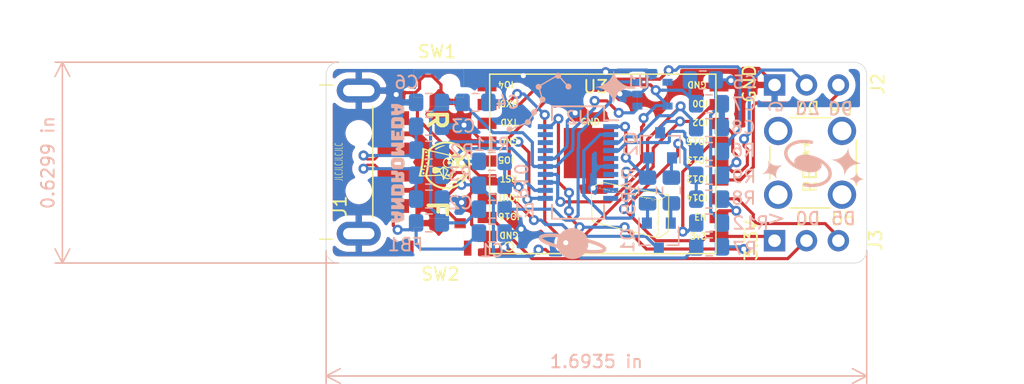
<source format=kicad_pcb>
(kicad_pcb (version 20171130) (host pcbnew 5.1.5+dfsg1-2build2)
  (layers (0 F.Cu signal) (31 B.Cu signal) (34 B.Paste user) (35 F.Paste user) (36 B.SilkS user) (37 F.SilkS user) (38 B.Mask user) (39 F.Mask user) (44 Edge.Cuts user))
  (net 0 "")
  (net 1 GND)
  (net 2 "Net-(R1-Pad2)")
  (net 3 +3V3)
  (net 4 +5V)
  (net 5 D-)
  (net 6 D+)
  (net 7 "Net-(Q1-Pad1)")
  (net 8 CP_RST)
  (net 9 E_RST)
  (net 10 E_IO0)
  (net 11 DTR)
  (net 12 "Net-(Q2-Pad1)")
  (net 13 E_EN)
  (net 14 E_IO15)
  (net 15 E_IO2)
  (net 16 TXD)
  (net 17 RXD)
  (net 18 FTDI_100nF_TG)
  (net 19 "Net-(R6-Pad2)")
  (net 20 "Net-(R7-Pad1)")
  (net 21 /J_N)
  (net 22 /J_P)
  (net 23 "Net-(U1-Pad4)")
  (net 24 "Net-(U2-Pad5)")
  (net 25 "Net-(U2-Pad7)")
  (net 26 "Net-(U2-Pad8)")
  (net 27 "Net-(U2-Pad9)")
  (net 28 "Net-(U2-Pad10)")
  (net 29 "Net-(U2-Pad17)")
  (net 30 "Net-(U2-Pad18)")
  (net 31 "Net-(U2-Pad19)")
  (net 32 "Net-(U3-Pad10)")
  (net 33 "Net-(U3-Pad14)")
  (net 34 "Net-(U3-Pad16)")
  (net 35 "Net-(C1-Pad1)")
  (net 36 E_IO12)
  (net 37 E_IO13)
  (net 38 E_IO16)
  (net 39 E_IO14)
  (module deauther-andromeda:AP2112_REGULATOR (layer B.Cu) (at 151.9428 77.5208 270)
    (fp_text reference U1 (at -0.94404 1.1702 180) (layer B.SilkS) (effects (justify mirror)))
    (fp_text value AP2112-3.3)
    (pad 5 smd rect (at 0.9729 -1.20904 270) (size 0.55 0.8) (layers B.Cu B.Paste B.Mask) (net 3 +3V3))
    (pad 1 smd rect (at 0.9729 1.19096 270) (size 0.55 0.8) (layers B.Cu B.Paste B.Mask) (net 4 +5V))
    (pad 2 smd rect (at 0.0229 1.19096 270) (size 0.55 0.8) (layers B.Cu B.Paste B.Mask) (net 1 GND))
    (pad 3 smd rect (at -0.9271 1.19096 270) (size 0.55 0.8) (layers B.Cu B.Paste B.Mask) (net 2 "Net-(R1-Pad2)"))
    (pad 4 smd rect (at -0.9271 -1.20904 270) (size 0.55 0.8) (layers B.Cu B.Paste B.Mask) (net 23 "Net-(U1-Pad4)"))
  )
  (module Art:back (layer B.Cu) (at 149.98446 83.11388)
    (fp_text reference G*** hide)
    (fp_text value LOGO hide)
  )
  (module spacehunh:CHICKEN_3-9_4-2_logo (layer F.Cu) (at 135.4064 83.2159 270)
    (fp_text reference G*** hide)
    (fp_text value LOGO hide)
  )
  (module Long_range_deauther:SMA_Horizontal (layer F.Cu) (at 164.5 83 270)
    (fp_text reference REF** (at 0.254 0 90) (layer F.SilkS))
    (fp_text value SMA_Horizontal)
    (pad 2 thru_hole circle (at -2.526 2.546 270) (size 2.25 2.25) (drill 1.5) (layers *.Cu *.Mask))
    (pad 2 thru_hole circle (at -2.526 -2.534 270) (size 2.25 2.25) (drill 1.5) (layers *.Cu *.Mask))
    (pad 2 thru_hole circle (at 2.554 2.546) (size 2.25 2.25) (drill 1.5) (layers *.Cu *.Mask))
    (pad 2 thru_hole circle (at 2.554 -2.534 270) (size 2.25 2.25) (drill 1.5) (layers *.Cu *.Mask))
  )
  (module 13r1ckz:brick13_4x6_6 (layer F.Cu) (at 150.17496 86.53272)
    (fp_text reference G*** hide)
    (fp_text value LOGO hide)
  )
  (module Capacitor_SMD:C_0805_2012Metric_Pad1.15x1.40mm_HandSolder (layer B.Cu) (at 139.17 88.61)
    (fp_text reference C1 (at 0 1.4) (layer B.SilkS) (effects (justify mirror)))
    (fp_text value 10nF)
    (pad 1 smd roundrect (at -1.025 0) (size 1.15 1.4) (layers B.Cu B.Paste B.Mask) (roundrect_rratio 0.217391) (net 35 "Net-(C1-Pad1)"))
    (pad 2 smd roundrect (at 1.025 0) (size 1.15 1.4) (layers B.Cu B.Paste B.Mask) (roundrect_rratio 0.217391) (net 1 GND))
  )
  (module Capacitor_SMD:C_0805_2012Metric_Pad1.15x1.40mm_HandSolder (layer B.Cu) (at 134.17 85.9 180)
    (fp_text reference C2 (at -2.50232 -0.29998) (layer B.SilkS) (effects (justify mirror)))
    (fp_text value 47pF)
    (pad 2 smd roundrect (at 1.025 0 180) (size 1.15 1.4) (layers B.Cu B.Paste B.Mask) (roundrect_rratio 0.217391) (net 21 /J_N))
    (pad 1 smd roundrect (at -1.025 0 180) (size 1.15 1.4) (layers B.Cu B.Paste B.Mask) (roundrect_rratio 0.217391) (net 1 GND))
  )
  (module Capacitor_SMD:C_0805_2012Metric_Pad1.15x1.40mm_HandSolder (layer B.Cu) (at 134.17 80.1)
    (fp_text reference C3 (at 2.73092 -0.01126) (layer B.SilkS) (effects (justify mirror)))
    (fp_text value 47pF)
    (pad 1 smd roundrect (at -1.025 0) (size 1.15 1.4) (layers B.Cu B.Paste B.Mask) (roundrect_rratio 0.217391) (net 22 /J_P))
    (pad 2 smd roundrect (at 1.025 0) (size 1.15 1.4) (layers B.Cu B.Paste B.Mask) (roundrect_rratio 0.217391) (net 1 GND))
  )
  (module Capacitor_SMD:C_0805_2012Metric_Pad1.15x1.40mm_HandSolder (layer B.Cu) (at 137.87 78.2)
    (fp_text reference C4 (at 2.57168 -0.01118) (layer B.SilkS) (effects (justify mirror)))
    (fp_text value 100nF)
    (pad 2 smd roundrect (at 1.025 0) (size 1.15 1.4) (layers B.Cu B.Paste B.Mask) (roundrect_rratio 0.217391) (net 1 GND))
    (pad 1 smd roundrect (at -1.025 0) (size 1.15 1.4) (layers B.Cu B.Paste B.Mask) (roundrect_rratio 0.217391) (net 4 +5V))
  )
  (module Resistor_SMD:R_0805_2012Metric_Pad1.15x1.40mm_HandSolder (layer B.Cu) (at 139.17 86.71)
    (fp_text reference R1 (at 2.50866 0.1199) (layer B.SilkS) (effects (justify mirror)))
    (fp_text value 10K)
    (pad 2 smd roundrect (at 1.025 0) (size 1.15 1.4) (layers B.Cu B.Paste B.Mask) (roundrect_rratio 0.217391) (net 2 "Net-(R1-Pad2)"))
    (pad 1 smd roundrect (at -1.025 0) (size 1.15 1.4) (layers B.Cu B.Paste B.Mask) (roundrect_rratio 0.217391) (net 4 +5V))
  )
  (module Resistor_SMD:R_0805_2012Metric_Pad1.15x1.40mm_HandSolder (layer B.Cu) (at 134.17 82 180)
    (fp_text reference R2 (at -2.63186 -0.07502) (layer B.SilkS) (effects (justify mirror)))
    (fp_text value 27R)
    (pad 2 smd roundrect (at 1.025 0 180) (size 1.15 1.4) (layers B.Cu B.Paste B.Mask) (roundrect_rratio 0.217391) (net 22 /J_P))
    (pad 1 smd roundrect (at -1.025 0 180) (size 1.15 1.4) (layers B.Cu B.Paste B.Mask) (roundrect_rratio 0.217391) (net 6 D+))
  )
  (module Resistor_SMD:R_0805_2012Metric_Pad1.15x1.40mm_HandSolder (layer B.Cu) (at 134.17 84)
    (fp_text reference R3 (at 2.48708 -0.09618) (layer B.SilkS) (effects (justify mirror)))
    (fp_text value 27R)
    (pad 1 smd roundrect (at -1.025 0) (size 1.15 1.4) (layers B.Cu B.Paste B.Mask) (roundrect_rratio 0.217391) (net 21 /J_N))
    (pad 2 smd roundrect (at 1.025 0) (size 1.15 1.4) (layers B.Cu B.Paste B.Mask) (roundrect_rratio 0.217391) (net 5 D-))
  )
  (module Resistor_SMD:R_0805_2012Metric_Pad1.15x1.40mm_HandSolder (layer B.Cu) (at 151.56 85.22 90)
    (fp_text reference R4 (at 0.8539 -1.48664 90) (layer B.SilkS) (effects (justify mirror)))
    (fp_text value 4K7)
    (pad 1 smd roundrect (at -1.025 0 90) (size 1.15 1.4) (layers B.Cu B.Paste B.Mask) (roundrect_rratio 0.217391) (net 7 "Net-(Q1-Pad1)"))
    (pad 2 smd roundrect (at 1.025 0 90) (size 1.15 1.4) (layers B.Cu B.Paste B.Mask) (roundrect_rratio 0.217391) (net 11 DTR))
  )
  (module Resistor_SMD:R_0805_2012Metric_Pad1.15x1.40mm_HandSolder (layer B.Cu) (at 153.46 85.22 270)
    (fp_text reference R5 (at 1.00284 3.38664 90) (layer B.SilkS) (effects (justify mirror)))
    (fp_text value 4K7)
    (pad 2 smd roundrect (at 1.025 0 270) (size 1.15 1.4) (layers B.Cu B.Paste B.Mask) (roundrect_rratio 0.217391) (net 8 CP_RST))
    (pad 1 smd roundrect (at -1.025 0 270) (size 1.15 1.4) (layers B.Cu B.Paste B.Mask) (roundrect_rratio 0.217391) (net 12 "Net-(Q2-Pad1)"))
  )
  (module Resistor_SMD:R_0805_2012Metric_Pad1.15x1.40mm_HandSolder (layer B.Cu) (at 156.46 82.11)
    (fp_text reference R6 (at 2.73196 -0.0807) (layer B.SilkS) (effects (justify mirror)))
    (fp_text value 470)
    (pad 2 smd roundrect (at 1.025 0) (size 1.15 1.4) (layers B.Cu B.Paste B.Mask) (roundrect_rratio 0.217391) (net 19 "Net-(R6-Pad2)"))
    (pad 1 smd roundrect (at -1.025 0) (size 1.15 1.4) (layers B.Cu B.Paste B.Mask) (roundrect_rratio 0.217391) (net 17 RXD))
  )
  (module Resistor_SMD:R_0805_2012Metric_Pad1.15x1.40mm_HandSolder (layer B.Cu) (at 156.46 89.71)
    (fp_text reference R7 (at 2.8361 0.13996) (layer B.SilkS) (effects (justify mirror)))
    (fp_text value 470)
    (pad 1 smd roundrect (at -1.025 0) (size 1.15 1.4) (layers B.Cu B.Paste B.Mask) (roundrect_rratio 0.217391) (net 20 "Net-(R7-Pad1)"))
    (pad 2 smd roundrect (at 1.025 0) (size 1.15 1.4) (layers B.Cu B.Paste B.Mask) (roundrect_rratio 0.217391) (net 16 TXD))
  )
  (module Resistor_SMD:R_0805_2012Metric_Pad1.15x1.40mm_HandSolder (layer B.Cu) (at 156.46 85.91)
    (fp_text reference R8 (at 2.74974 -0.07578) (layer B.SilkS) (effects (justify mirror)))
    (fp_text value 10K)
    (pad 2 smd roundrect (at 1.025 0) (size 1.15 1.4) (layers B.Cu B.Paste B.Mask) (roundrect_rratio 0.217391) (net 13 E_EN))
    (pad 1 smd roundrect (at -1.025 0) (size 1.15 1.4) (layers B.Cu B.Paste B.Mask) (roundrect_rratio 0.217391) (net 3 +3V3))
  )
  (module Resistor_SMD:R_0805_2012Metric_Pad1.15x1.40mm_HandSolder (layer B.Cu) (at 156.46 84.01 180)
    (fp_text reference R9 (at -2.77006 -0.09702) (layer B.SilkS) (effects (justify mirror)))
    (fp_text value 10K)
    (pad 1 smd roundrect (at -1.025 0 180) (size 1.15 1.4) (layers B.Cu B.Paste B.Mask) (roundrect_rratio 0.217391) (net 15 E_IO2))
    (pad 2 smd roundrect (at 1.025 0 180) (size 1.15 1.4) (layers B.Cu B.Paste B.Mask) (roundrect_rratio 0.217391) (net 3 +3V3))
  )
  (module Resistor_SMD:R_0805_2012Metric_Pad1.15x1.40mm_HandSolder (layer B.Cu) (at 139.17 84.8 180)
    (fp_text reference R10 (at -2.29784 0.2942 270 unlocked) (layer B.SilkS) (effects (justify mirror)))
    (fp_text value 10K)
    (pad 1 smd roundrect (at -1.025 0 180) (size 1.15 1.4) (layers B.Cu B.Paste B.Mask) (roundrect_rratio 0.217391) (net 3 +3V3))
    (pad 2 smd roundrect (at 1.025 0 180) (size 1.15 1.4) (layers B.Cu B.Paste B.Mask) (roundrect_rratio 0.217391) (net 10 E_IO0))
  )
  (module Resistor_SMD:R_0805_2012Metric_Pad1.15x1.40mm_HandSolder (layer B.Cu) (at 139.17 82.9 180)
    (fp_text reference R11 (at 0 1.35) (layer B.SilkS) (effects (justify mirror)))
    (fp_text value 10K)
    (pad 1 smd roundrect (at -1.025 0 180) (size 1.15 1.4) (layers B.Cu B.Paste B.Mask) (roundrect_rratio 0.217391) (net 3 +3V3))
    (pad 2 smd roundrect (at 1.025 0 180) (size 1.15 1.4) (layers B.Cu B.Paste B.Mask) (roundrect_rratio 0.217391) (net 9 E_RST))
  )
  (module Resistor_SMD:R_0805_2012Metric_Pad1.15x1.40mm_HandSolder (layer B.Cu) (at 156.46 87.81 180)
    (fp_text reference R12 (at -3.30854 0) (layer B.SilkS) (effects (justify mirror)))
    (fp_text value 10K)
    (pad 2 smd roundrect (at 1.025 0 180) (size 1.15 1.4) (layers B.Cu B.Paste B.Mask) (roundrect_rratio 0.217391) (net 14 E_IO15))
    (pad 1 smd roundrect (at -1.025 0 180) (size 1.15 1.4) (layers B.Cu B.Paste B.Mask) (roundrect_rratio 0.217391) (net 1 GND))
  )
  (module Package_TO_SOT_SMD:SOT-23 (layer B.Cu) (at 152.46 88.82 270)
    (fp_text reference Q1 (at 0.36448 2.473 90) (layer B.SilkS) (effects (justify mirror)))
    (fp_text value BC847)
    (pad 1 smd rect (at -1 0.95 270) (size 0.9 0.8) (layers B.Cu B.Paste B.Mask) (net 7 "Net-(Q1-Pad1)"))
    (pad 2 smd rect (at -1 -0.95 270) (size 0.9 0.8) (layers B.Cu B.Paste B.Mask) (net 8 CP_RST))
    (pad 3 smd rect (at 1 0 270) (size 0.9 0.8) (layers B.Cu B.Paste B.Mask) (net 9 E_RST))
  )
  (module Package_TO_SOT_SMD:SOT-23 (layer B.Cu) (at 152.56 81.62 90)
    (fp_text reference Q2 (at 0.10886 -2.31646 90) (layer B.SilkS) (effects (justify mirror)))
    (fp_text value BC847)
    (pad 3 smd rect (at 1 0 90) (size 0.9 0.8) (layers B.Cu B.Paste B.Mask) (net 10 E_IO0))
    (pad 2 smd rect (at -1 -0.95 90) (size 0.9 0.8) (layers B.Cu B.Paste B.Mask) (net 11 DTR))
    (pad 1 smd rect (at -1 0.95 90) (size 0.9 0.8) (layers B.Cu B.Paste B.Mask) (net 12 "Net-(Q2-Pad1)"))
  )
  (module Capacitor_SMD:C_0805_2012Metric_Pad1.15x1.40mm_HandSolder (layer B.Cu) (at 155.96 76.41)
    (fp_text reference C5 (at 3.32848 0.18116) (layer B.SilkS) (effects (justify mirror)))
    (fp_text value 10uF)
    (pad 1 smd roundrect (at -1.025 0) (size 1.15 1.4) (layers B.Cu B.Paste B.Mask) (roundrect_rratio 0.217391) (net 3 +3V3))
    (pad 2 smd roundrect (at 1.025 0) (size 1.15 1.4) (layers B.Cu B.Paste B.Mask) (roundrect_rratio 0.217391) (net 1 GND))
  )
  (module Capacitor_SMD:C_0805_2012Metric_Pad1.15x1.40mm_HandSolder (layer B.Cu) (at 134.17 78.2 180)
    (fp_text reference C6 (at 1.78012 1.5936) (layer B.SilkS) (effects (justify mirror)))
    (fp_text value 4.7uF)
    (pad 1 smd roundrect (at -1.025 0 180) (size 1.15 1.4) (layers B.Cu B.Paste B.Mask) (roundrect_rratio 0.217391) (net 4 +5V))
    (pad 2 smd roundrect (at 1.025 0 180) (size 1.15 1.4) (layers B.Cu B.Paste B.Mask) (roundrect_rratio 0.217391) (net 1 GND))
  )
  (module Capacitor_SMD:C_0805_2012Metric_Pad1.15x1.40mm_HandSolder (layer B.Cu) (at 156.45 78.31)
    (fp_text reference C7 (at 2.81562 0.02614 180) (layer B.SilkS) (effects (justify mirror)))
    (fp_text value 10uF)
    (pad 2 smd roundrect (at 1.025 0) (size 1.15 1.4) (layers B.Cu B.Paste B.Mask) (roundrect_rratio 0.217391) (net 1 GND))
    (pad 1 smd roundrect (at -1.025 0) (size 1.15 1.4) (layers B.Cu B.Paste B.Mask) (roundrect_rratio 0.217391) (net 3 +3V3))
  )
  (module Capacitor_SMD:C_0805_2012Metric_Pad1.15x1.40mm_HandSolder (layer B.Cu) (at 156.45 80.21)
    (fp_text reference C8 (at 2.72418 -0.01458 180) (layer B.SilkS) (effects (justify mirror)))
    (fp_text value 100nF)
    (pad 2 smd roundrect (at 1.025 0) (size 1.15 1.4) (layers B.Cu B.Paste B.Mask) (roundrect_rratio 0.217391) (net 1 GND))
    (pad 1 smd roundrect (at -1.025 0) (size 1.15 1.4) (layers B.Cu B.Paste B.Mask) (roundrect_rratio 0.217391) (net 18 FTDI_100nF_TG))
  )
  (module Capacitor_SMD:C_0805_2012Metric_Pad1.15x1.40mm_HandSolder (layer B.Cu) (at 134.17 87.8 180)
    (fp_text reference FB1 (at 1.87156 -1.74008) (layer B.SilkS) (effects (justify mirror)))
    (fp_text value Ferrite_Bead)
    (pad 1 smd roundrect (at -1.025 0 180) (size 1.15 1.4) (layers B.Cu B.Paste B.Mask) (roundrect_rratio 0.217391) (net 4 +5V))
    (pad 2 smd roundrect (at 1.025 0 180) (size 1.15 1.4) (layers B.Cu B.Paste B.Mask) (roundrect_rratio 0.217391) (net 35 "Net-(C1-Pad1)"))
  )
  (module Long_range_deauther:HYP_1TS003B-1600-3500A-CT (layer F.Cu) (at 134.95 76.77)
    (fp_text reference SW1 (at -0.1395 -2.6147) (layer F.SilkS))
    (fp_text value SW_RST)
    (pad 3 smd rect (at -2.3 -0.6 90) (size 1.2 0.6) (layers F.Cu F.Paste F.Mask))
    (pad 4 smd rect (at 2.3 -0.6 90) (size 1.2 0.6) (layers F.Cu F.Paste F.Mask))
    (pad 2 smd rect (at 1.71 1.39 90) (size 0.8 0.9) (layers F.Cu F.Paste F.Mask) (net 1 GND))
    (pad 1 smd rect (at -1.7 1.38 90) (size 0.8 0.9) (layers F.Cu F.Paste F.Mask) (net 9 E_RST))
    (pad "" np_thru_hole circle (at -0.85 0 90) (size 0.7 0.7) (drill 0.7) (layers *.Cu *.Mask))
    (pad "" np_thru_hole circle (at 0.85 0 90) (size 0.7 0.7) (drill 0.7) (layers *.Cu *.Mask))
  )
  (module Long_range_deauther:HYP_1TS003B-1600-3500A-CT (layer F.Cu) (at 134.95 89.21 180)
    (fp_text reference SW2 (at -0.12674 -2.67704) (layer F.SilkS))
    (fp_text value SW_Flash)
    (pad "" np_thru_hole circle (at 0.85 0 270) (size 0.7 0.7) (drill 0.7) (layers *.Cu *.Mask))
    (pad "" np_thru_hole circle (at -0.85 0 270) (size 0.7 0.7) (drill 0.7) (layers *.Cu *.Mask))
    (pad 1 smd rect (at -1.7 1.38 270) (size 0.8 0.9) (layers F.Cu F.Paste F.Mask) (net 10 E_IO0))
    (pad 2 smd rect (at 1.71 1.39 270) (size 0.8 0.9) (layers F.Cu F.Paste F.Mask) (net 1 GND))
    (pad 4 smd rect (at 2.3 -0.6 270) (size 1.2 0.6) (layers F.Cu F.Paste F.Mask))
    (pad 3 smd rect (at -2.3 -0.6 270) (size 1.2 0.6) (layers F.Cu F.Paste F.Mask))
  )
  (module Package_SO:SSOP-20_3.9x8.7mm_P0.635mm (layer B.Cu) (at 146.03 82.99 180)
    (fp_text reference U2 (at -0.01492 3.56674) (layer B.SilkS) (effects (justify mirror)))
    (fp_text value FT231XS)
    (pad 1 smd rect (at -2.6 2.8575 180) (size 1.2 0.4) (layers B.Cu B.Paste B.Mask) (net 11 DTR))
    (pad 2 smd rect (at -2.6 2.2225 180) (size 1.2 0.4) (layers B.Cu B.Paste B.Mask) (net 8 CP_RST))
    (pad 3 smd rect (at -2.6 1.5875 180) (size 1.2 0.4) (layers B.Cu B.Paste B.Mask) (net 18 FTDI_100nF_TG))
    (pad 4 smd rect (at -2.6 0.9525 180) (size 1.2 0.4) (layers B.Cu B.Paste B.Mask) (net 17 RXD))
    (pad 5 smd rect (at -2.6 0.3175 180) (size 1.2 0.4) (layers B.Cu B.Paste B.Mask) (net 24 "Net-(U2-Pad5)"))
    (pad 6 smd rect (at -2.6 -0.3175 180) (size 1.2 0.4) (layers B.Cu B.Paste B.Mask) (net 1 GND))
    (pad 7 smd rect (at -2.6 -0.9525 180) (size 1.2 0.4) (layers B.Cu B.Paste B.Mask) (net 25 "Net-(U2-Pad7)"))
    (pad 8 smd rect (at -2.6 -1.5875 180) (size 1.2 0.4) (layers B.Cu B.Paste B.Mask) (net 26 "Net-(U2-Pad8)"))
    (pad 9 smd rect (at -2.6 -2.2225 180) (size 1.2 0.4) (layers B.Cu B.Paste B.Mask) (net 27 "Net-(U2-Pad9)"))
    (pad 10 smd rect (at -2.6 -2.8575 180) (size 1.2 0.4) (layers B.Cu B.Paste B.Mask) (net 28 "Net-(U2-Pad10)"))
    (pad 11 smd rect (at 2.6 -2.8575 180) (size 1.2 0.4) (layers B.Cu B.Paste B.Mask) (net 6 D+))
    (pad 12 smd rect (at 2.6 -2.2225 180) (size 1.2 0.4) (layers B.Cu B.Paste B.Mask) (net 5 D-))
    (pad 13 smd rect (at 2.6 -1.5875 180) (size 1.2 0.4) (layers B.Cu B.Paste B.Mask) (net 18 FTDI_100nF_TG))
    (pad 14 smd rect (at 2.6 -0.9525 180) (size 1.2 0.4) (layers B.Cu B.Paste B.Mask) (net 18 FTDI_100nF_TG))
    (pad 15 smd rect (at 2.6 -0.3175 180) (size 1.2 0.4) (layers B.Cu B.Paste B.Mask) (net 4 +5V))
    (pad 16 smd rect (at 2.6 0.3175 180) (size 1.2 0.4) (layers B.Cu B.Paste B.Mask) (net 1 GND))
    (pad 17 smd rect (at 2.6 0.9525 180) (size 1.2 0.4) (layers B.Cu B.Paste B.Mask) (net 29 "Net-(U2-Pad17)"))
    (pad 18 smd rect (at 2.6 1.5875 180) (size 1.2 0.4) (layers B.Cu B.Paste B.Mask) (net 30 "Net-(U2-Pad18)"))
    (pad 19 smd rect (at 2.6 2.2225 180) (size 1.2 0.4) (layers B.Cu B.Paste B.Mask) (net 31 "Net-(U2-Pad19)"))
    (pad 20 smd rect (at 2.6 2.8575 180) (size 1.2 0.4) (layers B.Cu B.Paste B.Mask) (net 16 TXD))
  )
  (module Connector_USB:USB_A_CNCTech_1001-011-01101_Horizontal (layer F.Cu) (at 121.68124 82.9564 180)
    (fp_text reference J1 (at -5.41274 -3.51282 270) (layer F.SilkS))
    (fp_text value USB_A)
    (pad 2 smd rect (at -9.65 -1 180) (size 2.5 1.1) (layers F.Cu F.Paste F.Mask) (net 21 /J_N))
    (pad 3 smd rect (at -9.65 1 180) (size 2.5 1.1) (layers F.Cu F.Paste F.Mask) (net 22 /J_P))
    (pad 1 smd rect (at -9.65 -3.5 180) (size 2.5 1.1) (layers F.Cu F.Paste F.Mask) (net 35 "Net-(C1-Pad1)"))
    (pad 4 smd rect (at -9.65 3.5 180) (size 2.5 1.1) (layers F.Cu F.Paste F.Mask) (net 1 GND))
    (pad 5 thru_hole oval (at -6.9 -5.7 180) (size 3.5 1.9) (drill oval 2.5 0.9) (layers *.Cu *.Mask) (net 1 GND))
    (pad 5 thru_hole oval (at -6.9 5.7 180) (size 3.5 1.9) (drill oval 2.5 0.9) (layers *.Cu *.Mask) (net 1 GND))
    (pad "" np_thru_hole circle (at -6.9 -2.3 180) (size 1.1 1.1) (drill 1.1) (layers *.Cu *.Mask))
    (pad "" np_thru_hole circle (at -6.9 2.3 180) (size 1.1 1.1) (drill 1.1) (layers *.Cu *.Mask))
  )
  (module Long_range_deauther:PinHeader_1x03_P2.54mm_Vertical (layer F.Cu) (at 161.67 76.81 90)
    (fp_text reference J2 (at 0.08 8.22 90) (layer F.SilkS))
    (fp_text value Conn_01x03_Male)
    (pad 1 thru_hole rect (at 0 0 90) (size 1.7 1.7) (drill 1) (layers *.Cu *.Mask) (net 1 GND))
    (pad 2 thru_hole oval (at 0 2.54 90) (size 1.7 1.7) (drill 1) (layers *.Cu *.Mask) (net 37 E_IO13))
    (pad 3 thru_hole oval (at 0 5.08 90) (size 1.7 1.7) (drill 1) (layers *.Cu *.Mask) (net 36 E_IO12))
  )
  (module Long_range_deauther:PinHeader_1x03_P2.54mm_Vertical (layer F.Cu) (at 161.66846 89.22004 90)
    (fp_text reference J3 (at 0.03 8.05 90) (layer F.SilkS))
    (fp_text value Conn_01x03_Male)
    (pad 3 thru_hole oval (at 0 5.08 90) (size 1.7 1.7) (drill 1) (layers *.Cu *.Mask) (net 39 E_IO14))
    (pad 2 thru_hole oval (at 0 2.54 90) (size 1.7 1.7) (drill 1) (layers *.Cu *.Mask) (net 38 E_IO16))
    (pad 1 thru_hole rect (at 0 0 90) (size 1.7 1.7) (drill 1) (layers *.Cu *.Mask) (net 3 +3V3))
  )
  (module deauther-andromeda:ESP-WROOM-02U (layer F.Cu) (at 157 90.25 180)
    (fp_text reference U3 (at 9.55 13.3 180) (layer F.SilkS))
    (fp_text value ESP-WROOM-02U)
    (fp_text user 3v3 (at 1.39 1.38 unlocked) (layer F.SilkS) (effects (font (size 0.5 0.5) (thickness 0.1))))
    (fp_text user EN (at 1.23 2.89 unlocked) (layer F.SilkS) (effects (font (size 0.5 0.5) (thickness 0.1))))
    (fp_text user IO14 (at 1.5 4.47 180 unlocked) (layer F.SilkS) (effects (font (size 0.5 0.5) (thickness 0.1))))
    (fp_text user IO12 (at 1.5 5.97 180 unlocked) (layer F.SilkS) (effects (font (size 0.5 0.5) (thickness 0.1))))
    (fp_text user IO13 (at 1.5 7.47 180 unlocked) (layer F.SilkS) (effects (font (size 0.5 0.5) (thickness 0.1))))
    (fp_text user IO15 (at 1.5 8.97 180 unlocked) (layer F.SilkS) (effects (font (size 0.5 0.5) (thickness 0.1))))
    (fp_text user IO2 (at 1.25 10.47 180 unlocked) (layer F.SilkS) (effects (font (size 0.5 0.5) (thickness 0.1))))
    (fp_text user IO0 (at 1.25 11.97 180 unlocked) (layer F.SilkS) (effects (font (size 0.5 0.5) (thickness 0.1))))
    (fp_text user GND (at 1.5 13.47 180 unlocked) (layer F.SilkS) (effects (font (size 0.5 0.5) (thickness 0.1))))
    (fp_text user GND (at 16.46 1.48 180 unlocked) (layer F.SilkS) (effects (font (size 0.5 0.5) (thickness 0.1))))
    (fp_text user IO16 (at 16.46 2.98 180 unlocked) (layer F.SilkS) (effects (font (size 0.5 0.5) (thickness 0.1))))
    (fp_text user TOUT (at 16.46 4.48 180 unlocked) (layer F.SilkS) (effects (font (size 0.5 0.5) (thickness 0.1))))
    (fp_text user RST (at 16.46 5.98 180 unlocked) (layer F.SilkS) (effects (font (size 0.5 0.5) (thickness 0.1))))
    (fp_text user IO5 (at 16.71 7.48 180 unlocked) (layer F.SilkS) (effects (font (size 0.5 0.5) (thickness 0.1))))
    (fp_text user GND (at 16.46 8.98 180 unlocked) (layer F.SilkS) (effects (font (size 0.5 0.5) (thickness 0.1))))
    (fp_text user TXD (at 16.46 10.48 180 unlocked) (layer F.SilkS) (effects (font (size 0.5 0.5) (thickness 0.1))))
    (fp_text user RXD (at 16.46 11.98 180 unlocked) (layer F.SilkS) (effects (font (size 0.5 0.5) (thickness 0.1))))
    (fp_text user IO4 (at 16.71 13.48 180 unlocked) (layer F.SilkS) (effects (font (size 0.5 0.5) (thickness 0.1))))
    (fp_text user GND (at 10 10.5) (layer F.SilkS) (effects (font (size 0.5 0.5) (thickness 0.1))))
    (pad 1 smd rect (at -0.25 1.37 180) (size 1.5 0.9) (layers F.Cu F.Paste F.Mask) (net 3 +3V3))
    (pad 2 smd rect (at -0.25 2.87 180) (size 1.5 0.9) (layers F.Cu F.Paste F.Mask) (net 13 E_EN))
    (pad 3 smd rect (at -0.25 4.37 180) (size 1.5 0.9) (layers F.Cu F.Paste F.Mask) (net 39 E_IO14))
    (pad 4 smd rect (at -0.25 5.87 180) (size 1.5 0.9) (layers F.Cu F.Paste F.Mask) (net 36 E_IO12))
    (pad 5 smd rect (at -0.25 7.37 180) (size 1.5 0.9) (layers F.Cu F.Paste F.Mask) (net 37 E_IO13))
    (pad 6 smd rect (at -0.25 8.87 180) (size 1.5 0.9) (layers F.Cu F.Paste F.Mask) (net 14 E_IO15))
    (pad 7 smd rect (at -0.25 10.37 180) (size 1.5 0.9) (layers F.Cu F.Paste F.Mask) (net 15 E_IO2))
    (pad 8 smd rect (at -0.25 11.87 180) (size 1.5 0.9) (layers F.Cu F.Paste F.Mask) (net 10 E_IO0))
    (pad 9 smd rect (at -0.25 13.37 180) (size 1.5 0.9) (layers F.Cu F.Paste F.Mask) (net 1 GND))
    (pad 10 smd rect (at 18.21 13.38 180) (size 1.5 0.9) (layers F.Cu F.Paste F.Mask) (net 32 "Net-(U3-Pad10)"))
    (pad 12 smd rect (at 18.21 10.38 180) (size 1.5 0.9) (layers F.Cu F.Paste F.Mask) (net 19 "Net-(R6-Pad2)"))
    (pad 14 smd rect (at 18.21 7.38 180) (size 1.5 0.9) (layers F.Cu F.Paste F.Mask) (net 33 "Net-(U3-Pad14)"))
    (pad 11 smd rect (at 18.21 11.88 180) (size 1.5 0.9) (layers F.Cu F.Paste F.Mask) (net 20 "Net-(R7-Pad1)"))
    (pad 16 smd rect (at 18.21 4.38 180) (size 1.5 0.9) (layers F.Cu F.Paste F.Mask) (net 34 "Net-(U3-Pad16)"))
    (pad 13 smd rect (at 18.21 8.88 180) (size 1.5 0.9) (layers F.Cu F.Paste F.Mask) (net 1 GND))
    (pad 17 smd rect (at 18.21 2.88 180) (size 1.5 0.9) (layers F.Cu F.Paste F.Mask) (net 38 E_IO16))
    (pad 15 smd rect (at 18.21 5.88 180) (size 1.5 0.9) (layers F.Cu F.Paste F.Mask) (net 9 E_RST))
    (pad 18 smd rect (at 18.21 1.38 180) (size 1.5 0.9) (layers F.Cu F.Paste F.Mask) (net 1 GND))
    (pad 19 smd rect (at 10.1 8.01 180) (size 4 4) (layers F.Cu F.Paste F.Mask) (net 1 GND))
  )
  (gr_text G (at 161.8 78.53 90) (layer B.SilkS) (effects (font (size 1 1)) (justify mirror)))
  (gr_text V (at 161.84 87.46494 90) (layer B.SilkS) (effects (font (size 1 1)) (justify mirror)))
  (gr_text D7 (at 164.27704 78.59224 180) (layer B.SilkS) (effects (font (size 1 1)) (justify mirror)))
  (gr_text D6 (at 166.91864 78.62684 180) (layer B.SilkS) (effects (font (size 1 1)) (justify mirror)))
  (gr_text D5 (at 167.14216 87.46256) (layer B.SilkS) (effects (font (size 1 1)) (justify mirror)))
  (gr_text D0 (at 164.31768 87.46494) (layer B.SilkS) (effects (font (size 1 1)) (justify mirror)))
  (gr_text GND (at 159.66948 76.70292 90) (layer F.SilkS) (effects (font (size 1 1))))
  (gr_text 3.3V (at 159.81172 89.19972 90) (layer F.SilkS) (effects (font (size 1 1))))
  (gr_text D0 (at 164.31768 87.47506) (layer F.SilkS) (effects (font (size 1 1))))
  (gr_text D5 (at 167.14216 87.46744) (layer F.SilkS) (effects (font (size 1 1))))
  (gr_text D7 (at 164.27704 78.59776 180) (layer F.SilkS) (effects (font (size 1 1))))
  (gr_text D6 (at 166.91864 78.62316 180) (layer F.SilkS) (effects (font (size 1 1))))
  (dimension 43.016 (width 0.12) (layer B.SilkS) (gr_text "43.016 mm" (at 147.492 101.27) (layer B.SilkS) (effects (font (size 1 1) (thickness 0.15)))) (feature1 (pts (xy 169 90) (xy 169 100.586421))) (feature2 (pts (xy 125.984 90) (xy 125.984 100.586421))) (crossbar (pts (xy 125.984 100) (xy 169 100))) (arrow1a (pts (xy 169 100) (xy 167.873496 100.586421))) (arrow1b (pts (xy 169 100) (xy 167.873496 99.413579))) (arrow2a (pts (xy 125.984 100) (xy 127.110504 100.586421))) (arrow2b (pts (xy 125.984 100) (xy 127.110504 99.413579))))
  (dimension 16 (width 0.12) (layer B.SilkS) (gr_text "16.000 mm" (at 103.73 83 270) (layer B.SilkS) (effects (font (size 1 1) (thickness 0.15)))) (feature1 (pts (xy 126.984 91) (xy 104.413579 91))) (feature2 (pts (xy 126.984 75) (xy 104.413579 75))) (crossbar (pts (xy 105 75) (xy 105 91))) (arrow1a (pts (xy 105 91) (xy 104.413579 89.873496))) (arrow1b (pts (xy 105 91) (xy 105.586421 89.873496))) (arrow2a (pts (xy 105 75) (xy 104.413579 76.126504))) (arrow2b (pts (xy 105 75) (xy 105.586421 76.126504))))
  (gr_text JLCJLCJLCJLC (at 127.00254 82.9437 90) (layer F.SilkS) (effects (font (size 0.6 0.3) (thickness 0.04))))
  (gr_text F (at 134.8 86.69782 270) (layer F.SilkS) (effects (font (size 1.5 1.5) (thickness 0.3))))
  (gr_text R (at 134.8 79.57058 270) (layer F.SilkS) (effects (font (size 1.5 1.5) (thickness 0.3))))
  (gr_line (start 128 75) (end 126.984 75) (layer Edge.Cuts) (width 0.05))
  (gr_line (start 128 91) (end 126.984 91) (layer Edge.Cuts) (width 0.05))
  (gr_line (start 169 76) (end 169 90) (layer Edge.Cuts) (width 0.05))
  (gr_arc (start 168 76) (end 169 76) (angle -90) (layer Edge.Cuts) (width 0.05))
  (gr_arc (start 168 90) (end 168 91) (angle -90) (layer Edge.Cuts) (width 0.05))
  (gr_arc (start 126.984 90) (end 125.984 90) (angle -90) (layer Edge.Cuts) (width 0.05))
  (gr_arc (start 126.984 76) (end 126.984 75) (angle -90) (layer Edge.Cuts) (width 0.05))
  (gr_line (start 128 75) (end 168 75) (layer Edge.Cuts) (width 0.05))
  (gr_line (start 128 91) (end 168 91) (layer Edge.Cuts) (width 0.05))
  (gr_line (start 125.984 76) (end 125.984 90) (layer Edge.Cuts) (width 0.05))
  (via (at 141.5 88.3) (size 0.8) (drill 0.4) (layers F.Cu B.Cu) (net 1))
  (segment (start 157.475 80.21) (end 157.475 78.77181) (width 0.25) (layer B.Cu) (net 1))
  (segment (start 156.861628 87.186628) (end 157.485 87.81) (width 0.25) (layer B.Cu) (net 1))
  (segment (start 156.58499 86.90999) (end 156.861628 87.186628) (width 0.25) (layer B.Cu) (net 1))
  (segment (start 156.58499 79.20001) (end 156.58499 86.90999) (width 0.25) (layer B.Cu) (net 1))
  (segment (start 157.475 78.31) (end 156.58499 79.20001) (width 0.25) (layer B.Cu) (net 1))
  (via (at 158.19999 76.46) (size 0.8) (drill 0.4) (layers F.Cu B.Cu) (net 1))
  (segment (start 156.985 76.41) (end 158.14999 76.41) (width 0.25) (layer B.Cu) (net 1))
  (segment (start 158.14999 76.41) (end 158.19999 76.46) (width 0.25) (layer B.Cu) (net 1))
  (segment (start 157.14 76.46) (end 156.75 76.85) (width 0.25) (layer F.Cu) (net 1))
  (segment (start 158.19999 76.46) (end 157.14 76.46) (width 0.25) (layer F.Cu) (net 1))
  (segment (start 156.985 77.82) (end 157.475 78.31) (width 0.25) (layer B.Cu) (net 1))
  (segment (start 156.985 76.41) (end 156.985 77.82) (width 0.25) (layer B.Cu) (net 1))
  (via (at 145.80234 79.04234) (size 0.8) (drill 0.4) (layers F.Cu B.Cu) (net 1))
  (via (at 131.56184 77.57668) (size 0.8) (drill 0.4) (layers F.Cu B.Cu) (net 1))
  (segment (start 135.124999 76.795997) (end 135.124999 77.324999) (width 0.25) (layer F.Cu) (net 1))
  (segment (start 134.424001 76.094999) (end 135.124999 76.795997) (width 0.25) (layer F.Cu) (net 1))
  (segment (start 133.775999 76.094999) (end 134.424001 76.094999) (width 0.25) (layer F.Cu) (net 1))
  (segment (start 133.424999 76.445999) (end 133.775999 76.094999) (width 0.25) (layer F.Cu) (net 1))
  (segment (start 133.424999 77.094001) (end 133.424999 76.445999) (width 0.25) (layer F.Cu) (net 1))
  (segment (start 135.96 78.16) (end 136.66 78.16) (width 0.25) (layer F.Cu) (net 1))
  (segment (start 133.094001 77.424999) (end 133.424999 77.094001) (width 0.25) (layer F.Cu) (net 1))
  (segment (start 132.279206 77.424999) (end 133.094001 77.424999) (width 0.25) (layer F.Cu) (net 1))
  (segment (start 135.124999 77.324999) (end 135.96 78.16) (width 0.25) (layer F.Cu) (net 1))
  (segment (start 132.127525 77.57668) (end 132.279206 77.424999) (width 0.25) (layer F.Cu) (net 1))
  (segment (start 131.56184 77.57668) (end 132.127525 77.57668) (width 0.25) (layer F.Cu) (net 1))
  (segment (start 145.402341 79.442339) (end 145.80234 79.04234) (width 0.25) (layer B.Cu) (net 1))
  (segment (start 145.177487 81.46078) (end 145.177487 79.667193) (width 0.25) (layer B.Cu) (net 1))
  (segment (start 145.136847 81.715655) (end 145.136847 81.50142) (width 0.25) (layer B.Cu) (net 1))
  (segment (start 145.177487 79.667193) (end 145.402341 79.442339) (width 0.25) (layer B.Cu) (net 1))
  (segment (start 143.43 82.6725) (end 144.180002 82.6725) (width 0.25) (layer B.Cu) (net 1))
  (segment (start 145.136847 81.50142) (end 145.177487 81.46078) (width 0.25) (layer B.Cu) (net 1))
  (segment (start 144.180002 82.6725) (end 145.136847 81.715655) (width 0.25) (layer B.Cu) (net 1))
  (via (at 147.23364 85.02904) (size 0.8) (drill 0.4) (layers F.Cu B.Cu) (net 1))
  (segment (start 147.1168 83.9707) (end 147.1168 85.04936) (width 0.25) (layer B.Cu) (net 1))
  (segment (start 148.63 83.3075) (end 147.78 83.3075) (width 0.25) (layer B.Cu) (net 1))
  (segment (start 147.78 83.3075) (end 147.1168 83.9707) (width 0.25) (layer B.Cu) (net 1))
  (via (at 141.68 76.07) (size 0.8) (drill 0.4) (layers F.Cu B.Cu) (net 1))
  (segment (start 158.19999 76.46) (end 159.16865 75.49134) (width 0.25) (layer F.Cu) (net 1))
  (segment (start 160.41134 75.49134) (end 161.72 76.8) (width 0.25) (layer F.Cu) (net 1))
  (segment (start 159.16865 75.49134) (end 160.41134 75.49134) (width 0.25) (layer F.Cu) (net 1))
  (via (at 136.95934 80.01) (size 0.8) (drill 0.4) (layers F.Cu B.Cu) (net 1))
  (segment (start 138.79 81.37) (end 138.49 81.37) (width 0.25) (layer F.Cu) (net 1))
  (segment (start 137.13 80.01) (end 136.95934 80.01) (width 0.25) (layer F.Cu) (net 1))
  (segment (start 138.49 81.37) (end 137.13 80.01) (width 0.25) (layer F.Cu) (net 1))
  (via (at 140.14958 89.74217) (size 0.8) (drill 0.4) (layers F.Cu B.Cu) (net 1))
  (segment (start 141.5 88.3) (end 140.14958 89.65042) (width 0.25) (layer B.Cu) (net 1))
  (segment (start 140.14958 89.65042) (end 140.14958 89.74217) (width 0.25) (layer B.Cu) (net 1))
  (via (at 136.76376 86.17458) (size 0.8) (drill 0.4) (layers F.Cu B.Cu) (net 1))
  (segment (start 137.56386 84.450302) (end 137.56386 85.37448) (width 0.25) (layer F.Cu) (net 1))
  (segment (start 136.365101 83.79213) (end 136.905688 83.79213) (width 0.25) (layer F.Cu) (net 1))
  (segment (start 133.24 87.82) (end 133.24 86.917231) (width 0.25) (layer F.Cu) (net 1))
  (segment (start 133.24 86.917231) (end 136.365101 83.79213) (width 0.25) (layer F.Cu) (net 1))
  (segment (start 136.905688 83.79213) (end 137.56386 84.450302) (width 0.25) (layer F.Cu) (net 1))
  (segment (start 137.56386 85.37448) (end 137.163759 85.774581) (width 0.25) (layer F.Cu) (net 1))
  (segment (start 137.56386 87.92745) (end 137.56386 86.97468) (width 0.25) (layer F.Cu) (net 1))
  (segment (start 137.56386 86.97468) (end 137.163759 86.574579) (width 0.25) (layer F.Cu) (net 1))
  (segment (start 138.48641 88.85) (end 137.56386 87.92745) (width 0.25) (layer F.Cu) (net 1))
  (segment (start 137.163759 86.574579) (end 136.76376 86.17458) (width 0.25) (layer F.Cu) (net 1))
  (segment (start 139.25 88.85) (end 138.48641 88.85) (width 0.25) (layer F.Cu) (net 1))
  (segment (start 137.163759 85.774581) (end 136.76376 86.17458) (width 0.25) (layer F.Cu) (net 1))
  (via (at 149.3647 77.525124) (size 0.8) (drill 0.4) (layers F.Cu B.Cu) (net 1))
  (via (at 148.22678 75.7936) (size 0.8) (drill 0.4) (layers F.Cu B.Cu) (net 1))
  (segment (start 151.489822 75.625102) (end 151.504781 75.640061) (width 0.25) (layer B.Cu) (net 1))
  (segment (start 151.504781 75.640061) (end 151.504781 77.000855) (width 0.25) (layer B.Cu) (net 1))
  (segment (start 151.504781 77.000855) (end 150.980512 77.525124) (width 0.25) (layer B.Cu) (net 1))
  (segment (start 149.930385 77.525124) (end 149.3647 77.525124) (width 0.25) (layer B.Cu) (net 1))
  (segment (start 150.980512 77.525124) (end 149.930385 77.525124) (width 0.25) (layer B.Cu) (net 1))
  (segment (start 149.199239 75.625102) (end 151.489822 75.625102) (width 0.25) (layer B.Cu) (net 1))
  (segment (start 146.038423 87.198324) (end 146.038423 85.050351) (width 0.25) (layer B.Cu) (net 2))
  (segment (start 149.284886 76.57) (end 150.84 76.57) (width 0.25) (layer B.Cu) (net 2))
  (segment (start 146.077509 81.83358) (end 146.077509 80.692491) (width 0.25) (layer B.Cu) (net 2))
  (segment (start 146.036869 81.87422) (end 146.077509 81.83358) (width 0.25) (layer B.Cu) (net 2))
  (segment (start 144.96024 87.49139) (end 145.056539 87.587689) (width 0.25) (layer B.Cu) (net 2))
  (segment (start 146.077509 80.692491) (end 148.639698 78.130302) (width 0.25) (layer B.Cu) (net 2))
  (segment (start 146.038423 85.050351) (end 146.036869 85.048797) (width 0.25) (layer B.Cu) (net 2))
  (segment (start 146.036869 85.048797) (end 146.036869 81.87422) (width 0.25) (layer B.Cu) (net 2))
  (segment (start 148.639698 77.215188) (end 149.284886 76.57) (width 0.25) (layer B.Cu) (net 2))
  (segment (start 144.089493 86.71) (end 144.870883 87.49139) (width 0.25) (layer B.Cu) (net 2))
  (segment (start 145.649058 87.587689) (end 146.038423 87.198324) (width 0.25) (layer B.Cu) (net 2))
  (segment (start 148.639698 78.130302) (end 148.639698 77.215188) (width 0.25) (layer B.Cu) (net 2))
  (segment (start 145.056539 87.587689) (end 145.649058 87.587689) (width 0.25) (layer B.Cu) (net 2))
  (segment (start 140.195 86.71) (end 144.089493 86.71) (width 0.25) (layer B.Cu) (net 2))
  (segment (start 144.870883 87.49139) (end 144.96024 87.49139) (width 0.25) (layer B.Cu) (net 2))
  (segment (start 140.195 82.9) (end 140.195 84.8) (width 0.25) (layer B.Cu) (net 3))
  (segment (start 155.435 84.01) (end 155.435 85.91) (width 0.25) (layer B.Cu) (net 3))
  (segment (start 155.425 78.31) (end 155.425 78.62181) (width 0.25) (layer B.Cu) (net 3))
  (via (at 151.25 79.45) (size 0.8) (drill 0.4) (layers F.Cu B.Cu) (net 3))
  (segment (start 154.935 77.82) (end 155.425 78.31) (width 0.25) (layer B.Cu) (net 3))
  (segment (start 154.935 76.41) (end 154.935 77.82) (width 0.25) (layer B.Cu) (net 3))
  (segment (start 141.133971 84.8) (end 141.29562 84.961649) (width 0.25) (layer B.Cu) (net 3))
  (via (at 141.29562 84.961649) (size 0.8) (drill 0.4) (layers F.Cu B.Cu) (net 3))
  (segment (start 140.195 84.8) (end 141.133971 84.8) (width 0.25) (layer B.Cu) (net 3))
  (segment (start 151.085001 80.180684) (end 151.085001 82.902659) (width 0.25) (layer F.Cu) (net 3))
  (segment (start 151.25 79.45) (end 151.25 80.015685) (width 0.25) (layer F.Cu) (net 3))
  (segment (start 151.25 80.015685) (end 151.085001 80.180684) (width 0.25) (layer F.Cu) (net 3))
  (via (at 149.870644 83.721874) (size 0.8) (drill 0.4) (layers F.Cu B.Cu) (net 3))
  (segment (start 151.085001 82.902659) (end 150.265786 83.721874) (width 0.25) (layer F.Cu) (net 3))
  (segment (start 150.265786 83.721874) (end 149.870644 83.721874) (width 0.25) (layer F.Cu) (net 3))
  (via (at 154.002746 81.49075) (size 0.8) (drill 0.4) (layers F.Cu B.Cu) (net 3))
  (segment (start 154.53499 81.97227) (end 153.95956 81.39684) (width 0.25) (layer B.Cu) (net 3))
  (segment (start 155.435 84.01) (end 154.53499 83.10999) (width 0.25) (layer B.Cu) (net 3))
  (segment (start 154.53499 83.10999) (end 154.53499 81.97227) (width 0.25) (layer B.Cu) (net 3))
  (segment (start 149.870644 86.516395) (end 149.69 86.697039) (width 0.25) (layer B.Cu) (net 3))
  (segment (start 153.95956 81.39684) (end 153.95956 82.427479) (width 0.25) (layer F.Cu) (net 3))
  (segment (start 153.95956 82.427479) (end 150.089999 86.29704) (width 0.25) (layer F.Cu) (net 3))
  (segment (start 150.089999 86.29704) (end 149.69 86.697039) (width 0.25) (layer F.Cu) (net 3))
  (via (at 149.69 86.697039) (size 0.8) (drill 0.4) (layers F.Cu B.Cu) (net 3))
  (segment (start 149.870644 83.721874) (end 149.870644 86.516395) (width 0.25) (layer B.Cu) (net 3))
  (segment (start 152.214679 89.221718) (end 150.089999 87.097038) (width 0.25) (layer F.Cu) (net 3))
  (segment (start 150.089999 87.097038) (end 149.69 86.697039) (width 0.25) (layer F.Cu) (net 3))
  (segment (start 155.908282 89.221718) (end 152.214679 89.221718) (width 0.25) (layer F.Cu) (net 3))
  (segment (start 157.25 88.88) (end 156.25 88.88) (width 0.25) (layer F.Cu) (net 3))
  (segment (start 156.25 88.88) (end 155.908282 89.221718) (width 0.25) (layer F.Cu) (net 3))
  (segment (start 151.25 79.45) (end 152.216655 78.483345) (width 0.25) (layer B.Cu) (net 3))
  (segment (start 152.78234 77.230527) (end 152.216655 77.230527) (width 0.25) (layer B.Cu) (net 3))
  (segment (start 155.425 78.31) (end 154.345527 77.230527) (width 0.25) (layer B.Cu) (net 3))
  (segment (start 154.345527 77.230527) (end 152.78234 77.230527) (width 0.25) (layer B.Cu) (net 3))
  (via (at 152.216655 77.230527) (size 0.8) (drill 0.4) (layers F.Cu B.Cu) (net 3))
  (segment (start 152.24186 78.45814) (end 153.17978 78.45814) (width 0.25) (layer B.Cu) (net 3))
  (segment (start 151.25 79.45) (end 152.24186 78.45814) (width 0.25) (layer B.Cu) (net 3))
  (segment (start 152.216655 77.495015) (end 153.17978 78.45814) (width 0.25) (layer B.Cu) (net 3))
  (segment (start 152.216655 77.230527) (end 152.216655 77.495015) (width 0.25) (layer B.Cu) (net 3))
  (segment (start 160.249939 88.88) (end 160.252159 88.88222) (width 0.25) (layer F.Cu) (net 3))
  (segment (start 161.63576 88.88) (end 161.79038 89.03462) (width 0.25) (layer F.Cu) (net 3))
  (segment (start 157.25 88.88) (end 161.63576 88.88) (width 0.25) (layer F.Cu) (net 3))
  (segment (start 144.316471 77.230527) (end 148.521013 77.230527) (width 0.25) (layer F.Cu) (net 3))
  (segment (start 140.554999 80.991999) (end 144.316471 77.230527) (width 0.25) (layer F.Cu) (net 3))
  (segment (start 141.29562 84.961649) (end 140.554999 84.221028) (width 0.25) (layer F.Cu) (net 3))
  (segment (start 148.521013 77.230527) (end 148.951434 76.800106) (width 0.25) (layer F.Cu) (net 3))
  (segment (start 140.554999 84.221028) (end 140.554999 80.991999) (width 0.25) (layer F.Cu) (net 3))
  (segment (start 148.951434 76.800106) (end 151.786234 76.800106) (width 0.25) (layer F.Cu) (net 3))
  (segment (start 151.786234 76.800106) (end 151.816656 76.830528) (width 0.25) (layer F.Cu) (net 3))
  (segment (start 151.816656 76.830528) (end 152.216655 77.230527) (width 0.25) (layer F.Cu) (net 3))
  (segment (start 137.055 87.8) (end 138.145 86.71) (width 0.25) (layer B.Cu) (net 4))
  (segment (start 135.195 87.8) (end 137.055 87.8) (width 0.25) (layer B.Cu) (net 4))
  (segment (start 135.195 78.2) (end 136.845 78.2) (width 0.25) (layer B.Cu) (net 4))
  (segment (start 134.571628 78.823372) (end 135.195 78.2) (width 0.25) (layer B.Cu) (net 4))
  (segment (start 134.29499 79.10001) (end 134.571628 78.823372) (width 0.25) (layer B.Cu) (net 4))
  (segment (start 134.29499 86.58818) (end 134.29499 79.10001) (width 0.25) (layer B.Cu) (net 4))
  (segment (start 135.195 87.48819) (end 134.29499 86.58818) (width 0.25) (layer B.Cu) (net 4))
  (segment (start 135.195 87.8) (end 135.195 87.48819) (width 0.25) (layer B.Cu) (net 4))
  (segment (start 142.5276 83.3075) (end 143.43 83.3075) (width 0.25) (layer B.Cu) (net 4))
  (segment (start 142.39748 81.384478) (end 142.39748 83.17738) (width 0.25) (layer B.Cu) (net 4))
  (segment (start 139.259999 80.614999) (end 141.628001 80.614999) (width 0.25) (layer B.Cu) (net 4))
  (segment (start 136.845 78.2) (end 139.259999 80.614999) (width 0.25) (layer B.Cu) (net 4))
  (segment (start 141.628001 80.614999) (end 142.39748 81.384478) (width 0.25) (layer B.Cu) (net 4))
  (segment (start 142.39748 83.17738) (end 142.5276 83.3075) (width 0.25) (layer B.Cu) (net 4))
  (via (at 147.35 78.08) (size 0.8) (drill 0.4) (layers F.Cu B.Cu) (net 4))
  (segment (start 145.586858 81.68782) (end 145.627498 81.64718) (width 0.25) (layer B.Cu) (net 4))
  (segment (start 145.627498 80.368187) (end 147.35 78.645685) (width 0.25) (layer B.Cu) (net 4))
  (segment (start 143.43 83.3075) (end 144.28 83.3075) (width 0.25) (layer B.Cu) (net 4))
  (segment (start 144.28 83.3075) (end 145.586858 82.000642) (width 0.25) (layer B.Cu) (net 4))
  (segment (start 145.586858 82.000642) (end 145.586858 81.68782) (width 0.25) (layer B.Cu) (net 4))
  (segment (start 145.627498 81.64718) (end 145.627498 80.368187) (width 0.25) (layer B.Cu) (net 4))
  (segment (start 147.35 78.645685) (end 147.35 78.08) (width 0.25) (layer B.Cu) (net 4))
  (segment (start 150.99 78.47) (end 150.428608 79.031392) (width 0.25) (layer B.Cu) (net 4))
  (segment (start 149.837718 79.031392) (end 149.272033 79.031392) (width 0.25) (layer B.Cu) (net 4))
  (segment (start 148.872034 78.631393) (end 149.272033 79.031392) (width 0.25) (layer F.Cu) (net 4))
  (segment (start 148.320641 78.08) (end 148.872034 78.631393) (width 0.25) (layer F.Cu) (net 4))
  (via (at 149.272033 79.031392) (size 0.8) (drill 0.4) (layers F.Cu B.Cu) (net 4))
  (segment (start 147.35 78.08) (end 148.320641 78.08) (width 0.25) (layer F.Cu) (net 4))
  (segment (start 150.428608 79.031392) (end 149.837718 79.031392) (width 0.25) (layer B.Cu) (net 4))
  (segment (start 141.947469 84.579969) (end 142.58 85.2125) (width 0.25) (layer B.Cu) (net 5))
  (segment (start 140.758142 81.874952) (end 141.947469 83.064279) (width 0.25) (layer B.Cu) (net 5))
  (segment (start 142.58 85.2125) (end 143.43 85.2125) (width 0.25) (layer B.Cu) (net 5))
  (segment (start 136.934532 81.874952) (end 140.758142 81.874952) (width 0.25) (layer B.Cu) (net 5))
  (segment (start 135.818372 83.376628) (end 135.818372 82.964818) (width 0.25) (layer B.Cu) (net 5))
  (segment (start 135.195 84) (end 135.818372 83.376628) (width 0.25) (layer B.Cu) (net 5))
  (segment (start 135.818372 82.964818) (end 136.68502 82.09817) (width 0.25) (layer B.Cu) (net 5))
  (segment (start 141.947469 83.064279) (end 141.947469 84.579969) (width 0.25) (layer B.Cu) (net 5))
  (segment (start 136.68502 82.09817) (end 136.68502 82.09788) (width 0.25) (layer B.Cu) (net 5))
  (segment (start 136.68502 82.09788) (end 136.92124 81.86166) (width 0.25) (layer B.Cu) (net 5))
  (segment (start 136.92124 81.86166) (end 136.934532 81.874952) (width 0.25) (layer B.Cu) (net 5))
  (segment (start 143.43 85.8475) (end 142.089166 85.8475) (width 0.25) (layer B.Cu) (net 6))
  (segment (start 142.089166 85.8475) (end 141.999156 85.93751) (width 0.25) (layer B.Cu) (net 6))
  (via (at 141.999156 85.93751) (size 0.8) (drill 0.4) (layers F.Cu B.Cu) (net 6))
  (via (at 141.28 81.34) (size 0.8) (drill 0.4) (layers F.Cu B.Cu) (net 6))
  (segment (start 140.714315 81.34) (end 141.28 81.34) (width 0.25) (layer B.Cu) (net 6))
  (segment (start 135.855 81.34) (end 140.714315 81.34) (width 0.25) (layer B.Cu) (net 6))
  (segment (start 135.195 82) (end 135.855 81.34) (width 0.25) (layer B.Cu) (net 6))
  (segment (start 142.12 82.18) (end 141.28 81.34) (width 0.25) (layer F.Cu) (net 6))
  (segment (start 141.999156 85.93751) (end 142.12 85.816666) (width 0.25) (layer F.Cu) (net 6))
  (segment (start 142.12 85.816666) (end 142.12 82.18) (width 0.25) (layer F.Cu) (net 6))
  (segment (start 151.56 87.87) (end 151.51 87.92) (width 0.25) (layer B.Cu) (net 7))
  (segment (start 151.56 86.345) (end 151.56 87.87) (width 0.25) (layer B.Cu) (net 7))
  (segment (start 150.667492 85.19501) (end 152.31001 85.19501) (width 0.25) (layer B.Cu) (net 8))
  (segment (start 146.48688 84.862397) (end 146.488434 84.863951) (width 0.25) (layer B.Cu) (net 8))
  (segment (start 146.488434 85.618434) (end 148.292049 87.422049) (width 0.25) (layer B.Cu) (net 8))
  (segment (start 152.31001 85.19501) (end 153.41 86.295) (width 0.25) (layer B.Cu) (net 8))
  (segment (start 148.292049 87.422049) (end 150.217951 87.422049) (width 0.25) (layer B.Cu) (net 8))
  (segment (start 146.48688 82.06062) (end 146.48688 84.862397) (width 0.25) (layer B.Cu) (net 8))
  (segment (start 150.42 87.22) (end 150.42 85.442502) (width 0.25) (layer B.Cu) (net 8))
  (segment (start 150.42 85.442502) (end 150.667492 85.19501) (width 0.25) (layer B.Cu) (net 8))
  (segment (start 147.78 80.7675) (end 146.48688 82.06062) (width 0.25) (layer B.Cu) (net 8))
  (segment (start 148.63 80.7675) (end 147.78 80.7675) (width 0.25) (layer B.Cu) (net 8))
  (segment (start 150.217951 87.422049) (end 150.42 87.22) (width 0.25) (layer B.Cu) (net 8))
  (segment (start 146.488434 84.863951) (end 146.488434 85.618434) (width 0.25) (layer B.Cu) (net 8))
  (segment (start 153.41 86.295) (end 153.41 87.92) (width 0.25) (layer B.Cu) (net 8))
  (segment (start 138.95 84.35) (end 139.25 84.35) (width 0.25) (layer F.Cu) (net 9))
  (segment (start 139.25 84.35) (end 139.55 84.35) (width 0.25) (layer F.Cu) (net 9))
  (segment (start 142.120001 87.180003) (end 142.52 87.580002) (width 0.25) (layer F.Cu) (net 9))
  (via (at 142.52 87.580002) (size 0.8) (drill 0.4) (layers F.Cu B.Cu) (net 9))
  (segment (start 139.309998 84.37) (end 138.79 84.37) (width 0.25) (layer F.Cu) (net 9))
  (segment (start 142.52 87.580002) (end 139.309998 84.37) (width 0.25) (layer F.Cu) (net 9))
  (via (at 136.784094 83.024416) (size 0.8) (drill 0.4) (layers F.Cu B.Cu) (net 9))
  (segment (start 133.25 79.490322) (end 136.384095 82.624417) (width 0.25) (layer F.Cu) (net 9))
  (segment (start 136.90851 82.9) (end 136.784094 83.024416) (width 0.25) (layer B.Cu) (net 9))
  (segment (start 133.25 78.15) (end 133.25 79.490322) (width 0.25) (layer F.Cu) (net 9))
  (segment (start 138.49 84.37) (end 137.144416 83.024416) (width 0.25) (layer F.Cu) (net 9))
  (segment (start 138.79 84.37) (end 138.49 84.37) (width 0.25) (layer F.Cu) (net 9))
  (segment (start 137.144416 83.024416) (end 136.784094 83.024416) (width 0.25) (layer F.Cu) (net 9))
  (segment (start 138.145 82.9) (end 136.90851 82.9) (width 0.25) (layer B.Cu) (net 9))
  (segment (start 136.384095 82.624417) (end 136.784094 83.024416) (width 0.25) (layer F.Cu) (net 9))
  (segment (start 143.447084 87.941401) (end 143.085685 87.580002) (width 0.25) (layer B.Cu) (net 9))
  (segment (start 143.085685 87.580002) (end 142.52 87.580002) (width 0.25) (layer B.Cu) (net 9))
  (segment (start 152.46 89.92) (end 151.41206 88.87206) (width 0.25) (layer B.Cu) (net 9))
  (segment (start 144.77384 87.941401) (end 143.447084 87.941401) (width 0.25) (layer B.Cu) (net 9))
  (segment (start 145.704499 88.87206) (end 144.77384 87.941401) (width 0.25) (layer B.Cu) (net 9))
  (segment (start 151.41206 88.87206) (end 145.704499 88.87206) (width 0.25) (layer B.Cu) (net 9))
  (via (at 136.76 84.77) (size 0.8) (drill 0.4) (layers F.Cu B.Cu) (net 10))
  (segment (start 138.115 84.77) (end 138.145 84.8) (width 0.25) (layer B.Cu) (net 10))
  (segment (start 136.76 84.77) (end 138.115 84.77) (width 0.25) (layer B.Cu) (net 10))
  (segment (start 136.83 87.83) (end 136.78 87.83) (width 0.25) (layer F.Cu) (net 10))
  (segment (start 154.708953 79.716576) (end 154.143268 79.716576) (width 0.25) (layer F.Cu) (net 10))
  (via (at 154.143268 79.716576) (size 0.8) (drill 0.4) (layers F.Cu B.Cu) (net 10))
  (segment (start 155.383424 79.716576) (end 154.708953 79.716576) (width 0.25) (layer F.Cu) (net 10))
  (segment (start 156.75 78.35) (end 155.383424 79.716576) (width 0.25) (layer F.Cu) (net 10))
  (segment (start 154.142052 79.71536) (end 154.143268 79.716576) (width 0.25) (layer B.Cu) (net 10))
  (segment (start 153.06802 79.71536) (end 154.142052 79.71536) (width 0.25) (layer B.Cu) (net 10))
  (segment (start 152.56 80.72) (end 152.56 80.22338) (width 0.25) (layer B.Cu) (net 10))
  (segment (start 152.56 80.22338) (end 153.06802 79.71536) (width 0.25) (layer B.Cu) (net 10))
  (segment (start 138.145 84.8) (end 139.29499 85.94999) (width 0.25) (layer B.Cu) (net 10))
  (segment (start 139.29499 85.94999) (end 139.29499 90.20695) (width 0.25) (layer B.Cu) (net 10))
  (segment (start 142.342948 90.46718) (end 142.485161 90.324967) (width 0.25) (layer B.Cu) (net 10))
  (segment (start 139.29499 90.20695) (end 139.55522 90.46718) (width 0.25) (layer B.Cu) (net 10))
  (segment (start 139.55522 90.46718) (end 142.342948 90.46718) (width 0.25) (layer B.Cu) (net 10))
  (segment (start 142.485161 90.324967) (end 142.88516 89.924968) (width 0.25) (layer B.Cu) (net 10))
  (via (at 142.88516 89.924968) (size 0.8) (drill 0.4) (layers F.Cu B.Cu) (net 10))
  (segment (start 145.845362 89.494638) (end 145.845362 89.796642) (width 0.25) (layer F.Cu) (net 10))
  (segment (start 152.01138 81.848464) (end 152.01138 83.32862) (width 0.25) (layer F.Cu) (net 10))
  (segment (start 154.143268 79.716576) (end 152.01138 81.848464) (width 0.25) (layer F.Cu) (net 10))
  (segment (start 152.01138 83.32862) (end 145.845362 89.494638) (width 0.25) (layer F.Cu) (net 10))
  (segment (start 143.699519 90.173642) (end 143.450845 89.924968) (width 0.25) (layer F.Cu) (net 10))
  (segment (start 145.468362 90.173642) (end 143.699519 90.173642) (width 0.25) (layer F.Cu) (net 10))
  (segment (start 145.845362 89.796642) (end 145.468362 90.173642) (width 0.25) (layer F.Cu) (net 10))
  (segment (start 143.450845 89.924968) (end 142.88516 89.924968) (width 0.25) (layer F.Cu) (net 10))
  (segment (start 136.194315 84.77) (end 136.171495 84.79282) (width 0.25) (layer F.Cu) (net 10))
  (segment (start 136.76 84.77) (end 136.194315 84.77) (width 0.25) (layer F.Cu) (net 10))
  (segment (start 136.6 87.83) (end 136.65 87.83) (width 0.25) (layer F.Cu) (net 10))
  (segment (start 135.655219 86.885219) (end 136.6 87.83) (width 0.25) (layer F.Cu) (net 10))
  (segment (start 135.655219 85.620839) (end 135.655219 86.885219) (width 0.25) (layer F.Cu) (net 10))
  (segment (start 136.506058 84.77) (end 135.655219 85.620839) (width 0.25) (layer F.Cu) (net 10))
  (segment (start 136.76 84.77) (end 136.506058 84.77) (width 0.25) (layer F.Cu) (net 10))
  (segment (start 151.56 82.67) (end 151.61 82.62) (width 0.25) (layer B.Cu) (net 11))
  (segment (start 151.56 84.195) (end 151.56 82.67) (width 0.25) (layer B.Cu) (net 11))
  (segment (start 151.521672 84.295) (end 150.230011 83.003339) (width 0.25) (layer B.Cu) (net 11))
  (segment (start 151.56 84.295) (end 151.521672 84.295) (width 0.25) (layer B.Cu) (net 11))
  (segment (start 150.230011 83.003339) (end 149.830012 82.60334) (width 0.25) (layer B.Cu) (net 11))
  (via (at 149.830012 82.60334) (size 0.8) (drill 0.4) (layers F.Cu B.Cu) (net 11))
  (via (at 149.77364 80.137001) (size 0.8) (drill 0.4) (layers F.Cu B.Cu) (net 11))
  (segment (start 148.63 80.1325) (end 149.769139 80.1325) (width 0.25) (layer B.Cu) (net 11))
  (segment (start 149.769139 80.1325) (end 149.77364 80.137001) (width 0.25) (layer B.Cu) (net 11))
  (segment (start 149.830012 82.60334) (end 149.830012 80.193373) (width 0.25) (layer F.Cu) (net 11))
  (segment (start 149.830012 80.193373) (end 149.77364 80.137001) (width 0.25) (layer F.Cu) (net 11))
  (segment (start 153.46 82.77) (end 153.51 82.72) (width 0.25) (layer B.Cu) (net 12))
  (segment (start 153.46 84.295) (end 153.46 82.77) (width 0.25) (layer B.Cu) (net 12))
  (via (at 158.62 86.84) (size 0.8) (drill 0.4) (layers F.Cu B.Cu) (net 13))
  (segment (start 157.485 85.91) (end 157.69 85.91) (width 0.25) (layer B.Cu) (net 13))
  (segment (start 157.69 85.91) (end 158.62 86.84) (width 0.25) (layer B.Cu) (net 13))
  (segment (start 157.26 86.84) (end 156.75 87.35) (width 0.25) (layer F.Cu) (net 13))
  (segment (start 158.62 86.84) (end 157.26 86.84) (width 0.25) (layer F.Cu) (net 13))
  (segment (start 154.748292 88.496708) (end 154.365521 88.496708) (width 0.25) (layer B.Cu) (net 14))
  (segment (start 155.435 87.81) (end 154.748292 88.496708) (width 0.25) (layer B.Cu) (net 14))
  (segment (start 154.365521 87.931023) (end 154.365521 88.496708) (width 0.25) (layer F.Cu) (net 14))
  (segment (start 156.75 81.35) (end 154.365521 83.734479) (width 0.25) (layer F.Cu) (net 14))
  (via (at 154.365521 88.496708) (size 0.8) (drill 0.4) (layers F.Cu B.Cu) (net 14))
  (segment (start 154.365521 83.734479) (end 154.365521 87.931023) (width 0.25) (layer F.Cu) (net 14))
  (segment (start 156.75 79.85) (end 157.05 79.85) (width 0.25) (layer F.Cu) (net 15))
  (segment (start 158.515009 82.979991) (end 158.63967 82.979991) (width 0.25) (layer B.Cu) (net 15))
  (segment (start 157.485 84.01) (end 158.515009 82.979991) (width 0.25) (layer B.Cu) (net 15))
  (via (at 158.63967 82.979991) (size 0.8) (drill 0.4) (layers F.Cu B.Cu) (net 15))
  (segment (start 157.55 79.88) (end 158.339958 80.669958) (width 0.25) (layer F.Cu) (net 15))
  (segment (start 158.339958 82.114594) (end 158.63967 82.414306) (width 0.25) (layer F.Cu) (net 15))
  (segment (start 158.339958 80.669958) (end 158.339958 82.114594) (width 0.25) (layer F.Cu) (net 15))
  (segment (start 157.25 79.88) (end 157.55 79.88) (width 0.25) (layer F.Cu) (net 15))
  (segment (start 158.63967 82.414306) (end 158.63967 82.979991) (width 0.25) (layer F.Cu) (net 15))
  (via (at 144.47 79.5) (size 0.8) (drill 0.4) (layers F.Cu B.Cu) (net 16))
  (segment (start 143.43 80.1325) (end 143.8375 80.1325) (width 0.25) (layer B.Cu) (net 16))
  (segment (start 143.8375 80.1325) (end 144.47 79.5) (width 0.25) (layer B.Cu) (net 16))
  (segment (start 149.74 88.14705) (end 149.174315 88.14705) (width 0.25) (layer B.Cu) (net 16))
  (segment (start 149.174315 88.14705) (end 146.15234 88.14705) (width 0.25) (layer B.Cu) (net 16))
  (via (at 146.15234 88.14705) (size 0.8) (drill 0.4) (layers F.Cu B.Cu) (net 16))
  (via (at 149.74 88.14705) (size 0.8) (drill 0.4) (layers F.Cu B.Cu) (net 16))
  (segment (start 144.47 84.554932) (end 144.913422 84.998354) (width 0.25) (layer F.Cu) (net 16))
  (segment (start 144.47 79.5) (end 144.47 84.554932) (width 0.25) (layer F.Cu) (net 16))
  (segment (start 144.913422 84.998354) (end 145.313421 85.398353) (width 0.25) (layer F.Cu) (net 16))
  (via (at 145.313421 85.398353) (size 0.8) (drill 0.4) (layers F.Cu B.Cu) (net 16))
  (via (at 159.2199 89.882978) (size 0.8) (drill 0.4) (layers F.Cu B.Cu) (net 16))
  (segment (start 149.74 88.14705) (end 151.475928 89.882978) (width 0.25) (layer F.Cu) (net 16))
  (segment (start 151.475928 89.882978) (end 158.654215 89.882978) (width 0.25) (layer F.Cu) (net 16))
  (segment (start 158.654215 89.882978) (end 159.2199 89.882978) (width 0.25) (layer F.Cu) (net 16))
  (segment (start 159.046922 89.71) (end 159.2199 89.882978) (width 0.25) (layer B.Cu) (net 16))
  (segment (start 157.485 89.71) (end 159.046922 89.71) (width 0.25) (layer B.Cu) (net 16))
  (segment (start 145.307421 87.302131) (end 145.307421 86.854911) (width 0.25) (layer F.Cu) (net 16))
  (segment (start 145.350141 85.435073) (end 145.350141 86.812191) (width 0.25) (layer B.Cu) (net 16))
  (segment (start 146.15234 88.14705) (end 145.307421 87.302131) (width 0.25) (layer F.Cu) (net 16))
  (segment (start 145.350141 86.812191) (end 145.307421 86.854911) (width 0.25) (layer B.Cu) (net 16))
  (segment (start 145.313421 85.398353) (end 145.350141 85.435073) (width 0.25) (layer B.Cu) (net 16))
  (via (at 145.307421 86.854911) (size 0.8) (drill 0.4) (layers F.Cu B.Cu) (net 16))
  (segment (start 154.72438 81.09757) (end 154.72438 81.39938) (width 0.25) (layer B.Cu) (net 17))
  (segment (start 154.52499 80.89818) (end 154.72438 81.09757) (width 0.25) (layer B.Cu) (net 17))
  (segment (start 154.52499 80.63131) (end 154.52499 80.89818) (width 0.25) (layer B.Cu) (net 17))
  (segment (start 149.261888 82.0375) (end 149.900008 81.39938) (width 0.25) (layer B.Cu) (net 17))
  (segment (start 148.63 82.0375) (end 149.261888 82.0375) (width 0.25) (layer B.Cu) (net 17))
  (segment (start 154.39898 80.5053) (end 154.52499 80.63131) (width 0.25) (layer B.Cu) (net 17))
  (segment (start 149.900008 81.39938) (end 153.215622 81.39938) (width 0.25) (layer B.Cu) (net 17))
  (segment (start 153.215622 81.39938) (end 153.29916 81.315842) (width 0.25) (layer B.Cu) (net 17))
  (segment (start 153.47442 80.5053) (end 154.39898 80.5053) (width 0.25) (layer B.Cu) (net 17))
  (segment (start 153.29916 81.315842) (end 153.29916 80.68056) (width 0.25) (layer B.Cu) (net 17))
  (segment (start 153.29916 80.68056) (end 153.47442 80.5053) (width 0.25) (layer B.Cu) (net 17))
  (segment (start 154.72438 81.39938) (end 155.435 82.11) (width 0.25) (layer B.Cu) (net 17))
  (segment (start 143.43 84.5775) (end 144.28 84.5775) (width 0.25) (layer B.Cu) (net 18))
  (segment (start 144.28 84.5775) (end 144.41 84.7075) (width 0.25) (layer B.Cu) (net 18))
  (segment (start 144.29036 83.9425) (end 143.43 83.9425) (width 0.25) (layer B.Cu) (net 18))
  (segment (start 144.41 84.7075) (end 144.41 84.06214) (width 0.25) (layer B.Cu) (net 18))
  (segment (start 144.41 84.06214) (end 144.29036 83.9425) (width 0.25) (layer B.Cu) (net 18))
  (segment (start 155.425 80.21) (end 155.425 79.904598) (width 0.25) (layer B.Cu) (net 18))
  (segment (start 155.425 79.904598) (end 154.192004 78.671602) (width 0.25) (layer B.Cu) (net 18))
  (segment (start 154.192004 78.671602) (end 154.192004 78.513254) (width 0.25) (layer B.Cu) (net 18))
  (via (at 154.192004 78.513254) (size 0.8) (drill 0.4) (layers F.Cu B.Cu) (net 18))
  (segment (start 148.63 81.4025) (end 149.260477 81.4025) (width 0.25) (layer B.Cu) (net 18))
  (segment (start 153.511011 79.265349) (end 154.192004 78.584356) (width 0.25) (layer B.Cu) (net 18))
  (segment (start 152.479649 79.265349) (end 153.511011 79.265349) (width 0.25) (layer B.Cu) (net 18))
  (segment (start 150.795629 80.949369) (end 152.479649 79.265349) (width 0.25) (layer B.Cu) (net 18))
  (segment (start 149.713608 80.949369) (end 150.795629 80.949369) (width 0.25) (layer B.Cu) (net 18))
  (segment (start 154.192004 78.584356) (end 154.192004 78.513254) (width 0.25) (layer B.Cu) (net 18))
  (segment (start 149.260477 81.4025) (end 149.713608 80.949369) (width 0.25) (layer B.Cu) (net 18))
  (segment (start 151.561369 81.143889) (end 151.561369 83.131633) (width 0.25) (layer F.Cu) (net 18))
  (segment (start 148.56919 86.123812) (end 145.190824 86.123812) (width 0.25) (layer F.Cu) (net 18))
  (segment (start 145.190824 86.123812) (end 144.625139 86.123812) (width 0.25) (layer F.Cu) (net 18))
  (segment (start 151.561369 83.131633) (end 148.56919 86.123812) (width 0.25) (layer F.Cu) (net 18))
  (via (at 144.625139 86.123812) (size 0.8) (drill 0.4) (layers F.Cu B.Cu) (net 18))
  (segment (start 154.192004 78.513254) (end 151.561369 81.143889) (width 0.25) (layer F.Cu) (net 18))
  (segment (start 144.41 84.7075) (end 144.41 85.908673) (width 0.25) (layer B.Cu) (net 18))
  (segment (start 144.41 85.908673) (end 144.625139 86.123812) (width 0.25) (layer B.Cu) (net 18))
  (via (at 153.25 75.64) (size 0.8) (drill 0.4) (layers F.Cu B.Cu) (net 19))
  (segment (start 154.090695 75.36499) (end 153.815685 75.64) (width 0.25) (layer B.Cu) (net 19))
  (segment (start 158.108372 81.486628) (end 158.108372 81.164818) (width 0.25) (layer B.Cu) (net 19))
  (segment (start 157.485 82.11) (end 158.108372 81.486628) (width 0.25) (layer B.Cu) (net 19))
  (segment (start 158.92499 80.3482) (end 158.92499 75.56499) (width 0.25) (layer B.Cu) (net 19))
  (segment (start 153.815685 75.64) (end 153.25 75.64) (width 0.25) (layer B.Cu) (net 19))
  (segment (start 158.108372 81.164818) (end 158.92499 80.3482) (width 0.25) (layer B.Cu) (net 19))
  (segment (start 158.92499 75.56499) (end 158.72499 75.36499) (width 0.25) (layer B.Cu) (net 19))
  (segment (start 158.72499 75.36499) (end 154.090695 75.36499) (width 0.25) (layer B.Cu) (net 19))
  (segment (start 152.850001 76.039999) (end 153.25 75.64) (width 0.25) (layer F.Cu) (net 19))
  (segment (start 148.492428 76.61) (end 148.752325 76.350103) (width 0.25) (layer F.Cu) (net 19))
  (segment (start 140.59 79.15) (end 143.13 76.61) (width 0.25) (layer F.Cu) (net 19))
  (segment (start 152.539897 76.350103) (end 152.850001 76.039999) (width 0.25) (layer F.Cu) (net 19))
  (segment (start 139.55 79.85) (end 140.25 79.15) (width 0.25) (layer F.Cu) (net 19))
  (segment (start 143.13 76.61) (end 148.492428 76.61) (width 0.25) (layer F.Cu) (net 19))
  (segment (start 148.752325 76.350103) (end 152.539897 76.350103) (width 0.25) (layer F.Cu) (net 19))
  (segment (start 139.25 79.85) (end 139.55 79.85) (width 0.25) (layer F.Cu) (net 19))
  (segment (start 140.25 79.15) (end 140.59 79.15) (width 0.25) (layer F.Cu) (net 19))
  (via (at 143.381152 79.191152) (size 0.8) (drill 0.4) (layers F.Cu B.Cu) (net 20))
  (via (at 141.187347 77.527347) (size 0.8) (drill 0.4) (layers F.Cu B.Cu) (net 20))
  (segment (start 143.381152 79.191152) (end 141.717347 77.527347) (width 0.25) (layer B.Cu) (net 20))
  (segment (start 141.717347 77.527347) (end 141.187347 77.527347) (width 0.25) (layer B.Cu) (net 20))
  (segment (start 140.364694 78.35) (end 139.25 78.35) (width 0.25) (layer F.Cu) (net 20))
  (segment (start 141.187347 77.527347) (end 140.364694 78.35) (width 0.25) (layer F.Cu) (net 20))
  (segment (start 145.454319 89.782597) (end 145.05432 89.382598) (width 0.25) (layer B.Cu) (net 20))
  (segment (start 144.654321 88.982599) (end 145.05432 89.382598) (width 0.25) (layer F.Cu) (net 20))
  (segment (start 154.549999 90.595001) (end 146.266723 90.595001) (width 0.25) (layer B.Cu) (net 20))
  (segment (start 146.266723 90.595001) (end 145.454319 89.782597) (width 0.25) (layer B.Cu) (net 20))
  (segment (start 155.435 89.71) (end 154.549999 90.595001) (width 0.25) (layer B.Cu) (net 20))
  (segment (start 143.381152 79.191152) (end 143.381152 87.70943) (width 0.25) (layer F.Cu) (net 20))
  (via (at 145.05432 89.382598) (size 0.8) (drill 0.4) (layers F.Cu B.Cu) (net 20))
  (segment (start 143.381152 87.70943) (end 144.654321 88.982599) (width 0.25) (layer F.Cu) (net 20))
  (segment (start 133.145 84) (end 133.145 85.9) (width 0.25) (layer B.Cu) (net 21))
  (segment (start 129.260645 83.1814) (end 128.960645 83.4814) (width 0.2) (layer F.Cu) (net 21))
  (segment (start 129.85624 83.1814) (end 129.260645 83.1814) (width 0.2) (layer F.Cu) (net 21))
  (segment (start 130.63124 83.9564) (end 129.85624 83.1814) (width 0.2) (layer F.Cu) (net 21))
  (via (at 128.960645 83.4814) (size 0.8) (drill 0.4) (layers F.Cu B.Cu) (net 21))
  (segment (start 131.33124 83.9564) (end 130.63124 83.9564) (width 0.2) (layer F.Cu) (net 21))
  (segment (start 132.6264 83.4814) (end 133.145 84) (width 0.25) (layer B.Cu) (net 21))
  (segment (start 128.960645 83.4814) (end 132.6264 83.4814) (width 0.25) (layer B.Cu) (net 21))
  (segment (start 133.145 80.1) (end 133.145 82) (width 0.25) (layer B.Cu) (net 22))
  (via (at 128.960645 82.4314) (size 0.8) (drill 0.4) (layers F.Cu B.Cu) (net 22))
  (segment (start 131.33124 81.9564) (end 130.63124 81.9564) (width 0.2) (layer F.Cu) (net 22))
  (segment (start 130.63124 81.9564) (end 129.85624 82.7314) (width 0.2) (layer F.Cu) (net 22))
  (segment (start 129.85624 82.7314) (end 129.260645 82.7314) (width 0.2) (layer F.Cu) (net 22))
  (segment (start 129.260645 82.7314) (end 128.960645 82.4314) (width 0.2) (layer F.Cu) (net 22))
  (segment (start 132.7136 82.4314) (end 133.145 82) (width 0.25) (layer B.Cu) (net 22))
  (segment (start 128.960645 82.4314) (end 132.7136 82.4314) (width 0.25) (layer B.Cu) (net 22))
  (segment (start 138.79 85.87) (end 139.09 85.87) (width 0.25) (layer F.Cu) (net 34))
  (via (at 131.67868 88.35136) (size 0.8) (drill 0.4) (layers F.Cu B.Cu) (net 35))
  (segment (start 131.33124 86.4564) (end 131.33124 88.00392) (width 0.25) (layer F.Cu) (net 35))
  (segment (start 131.33124 88.00392) (end 131.67868 88.35136) (width 0.25) (layer F.Cu) (net 35))
  (segment (start 132.59364 88.35136) (end 133.145 87.8) (width 0.25) (layer B.Cu) (net 35))
  (segment (start 131.67868 88.35136) (end 132.59364 88.35136) (width 0.25) (layer B.Cu) (net 35))
  (segment (start 136.869999 89.885001) (end 138.145 88.61) (width 0.25) (layer B.Cu) (net 35))
  (segment (start 133.517121 89.885001) (end 136.869999 89.885001) (width 0.25) (layer B.Cu) (net 35))
  (segment (start 133.145 87.8) (end 133.145 89.51288) (width 0.25) (layer B.Cu) (net 35))
  (segment (start 133.145 89.51288) (end 133.517121 89.885001) (width 0.25) (layer B.Cu) (net 35))
  (segment (start 159.97947 83.349942) (end 159.97947 78.447894) (width 0.25) (layer F.Cu) (net 36))
  (segment (start 159.97947 78.447894) (end 160.169854 78.25751) (width 0.25) (layer F.Cu) (net 36))
  (segment (start 165.9789 78.25751) (end 166.9864 77.25001) (width 0.25) (layer F.Cu) (net 36))
  (segment (start 158.949412 84.38) (end 159.97947 83.349942) (width 0.25) (layer F.Cu) (net 36))
  (segment (start 157.25 84.38) (end 158.949412 84.38) (width 0.25) (layer F.Cu) (net 36))
  (segment (start 166.9864 77.25001) (end 167.118205 77.118205) (width 0.25) (layer F.Cu) (net 36))
  (segment (start 160.169854 78.25751) (end 165.9789 78.25751) (width 0.25) (layer F.Cu) (net 36))
  (segment (start 164.864209 76.613599) (end 164.732405 76.481795) (width 0.25) (layer F.Cu) (net 37))
  (segment (start 164.864209 76.986401) (end 164.864209 76.613599) (width 0.25) (layer F.Cu) (net 37))
  (segment (start 159.505599 83.187403) (end 159.505599 81.938344) (width 0.25) (layer F.Cu) (net 37))
  (segment (start 163.084999 75.624999) (end 160.679556 75.624999) (width 0.25) (layer B.Cu) (net 37))
  (segment (start 160.679556 75.624999) (end 159.654469 76.650086) (width 0.25) (layer B.Cu) (net 37))
  (segment (start 158.291999 83.705001) (end 158.988001 83.705001) (width 0.25) (layer F.Cu) (net 37))
  (via (at 159.24022 81.10728) (size 0.8) (drill 0.4) (layers F.Cu B.Cu) (net 37))
  (segment (start 159.24022 81.672965) (end 159.24022 81.10728) (width 0.25) (layer F.Cu) (net 37))
  (segment (start 157.466998 82.88) (end 158.291999 83.705001) (width 0.25) (layer F.Cu) (net 37))
  (segment (start 157.25 82.88) (end 157.466998 82.88) (width 0.25) (layer F.Cu) (net 37))
  (segment (start 158.988001 83.705001) (end 159.505599 83.187403) (width 0.25) (layer F.Cu) (net 37))
  (segment (start 164.26 76.8) (end 163.084999 75.624999) (width 0.25) (layer B.Cu) (net 37))
  (segment (start 159.505599 81.938344) (end 159.24022 81.672965) (width 0.25) (layer F.Cu) (net 37))
  (segment (start 159.640219 80.707281) (end 159.24022 81.10728) (width 0.25) (layer B.Cu) (net 37))
  (segment (start 159.654469 80.693031) (end 159.640219 80.707281) (width 0.25) (layer B.Cu) (net 37))
  (segment (start 159.654469 76.650086) (end 159.654469 80.693031) (width 0.25) (layer B.Cu) (net 37))
  (segment (start 162.71501 90.64999) (end 164.33038 89.03462) (width 0.25) (layer F.Cu) (net 38))
  (segment (start 139.09 87.37) (end 142.36999 90.64999) (width 0.25) (layer F.Cu) (net 38))
  (segment (start 138.79 87.37) (end 139.09 87.37) (width 0.25) (layer F.Cu) (net 38))
  (segment (start 142.36999 90.64999) (end 162.71501 90.64999) (width 0.25) (layer F.Cu) (net 38))
  (segment (start 166.020381 88.184621) (end 166.87038 89.03462) (width 0.25) (layer F.Cu) (net 39))
  (segment (start 165.695379 87.859619) (end 166.020381 88.184621) (width 0.25) (layer F.Cu) (net 39))
  (segment (start 160.267503 87.859619) (end 165.695379 87.859619) (width 0.25) (layer F.Cu) (net 39))
  (segment (start 159.97947 87.571586) (end 160.267503 87.859619) (width 0.25) (layer F.Cu) (net 39))
  (segment (start 158.733002 85.88) (end 159.97947 87.126468) (width 0.25) (layer F.Cu) (net 39))
  (segment (start 159.97947 87.126468) (end 159.97947 87.571586) (width 0.25) (layer F.Cu) (net 39))
  (segment (start 157.25 85.88) (end 158.733002 85.88) (width 0.25) (layer F.Cu) (net 39))
  (zone (net 1) (net_name GND) (layer F.Cu) (connect_pads (clearance 0.508)) (min_thickness 0.254) (fill yes (arc_segments 32) (thermal_gap 0.508) (thermal_bridge_width 0.508))
    (polygon (pts (xy 124.46 73) (xy 170.99026 73.00468) (xy 170.99026 96.50476) (xy 124.46 96.5)))
  )
  (zone (net 1) (net_name GND) (layer B.Cu) (connect_pads (clearance 0.508)) (min_thickness 0.254) (fill yes (arc_segments 32) (thermal_gap 0.508) (thermal_bridge_width 0.508))
    (polygon (pts (xy 124.46 73) (xy 170.99026 73.00472) (xy 170.99026 96.50472) (xy 124.46 96.5)))
  )
  (zone (net 0) (net_name "") (layers F&B.Cu) (connect_pads (clearance 0.508)) (min_thickness 0.254)
    (keepout (tracks not_allowed) (vias not_allowed) (copperpour not_allowed))
    (fill (arc_segments 32) (thermal_gap 0.508) (thermal_bridge_width 0.508))
    (polygon (pts (xy 160.30448 78.58252) (xy 160.30702 87.4395) (xy 171.03888 87.44458) (xy 171.0817 78.58506)))
  )
)
</source>
